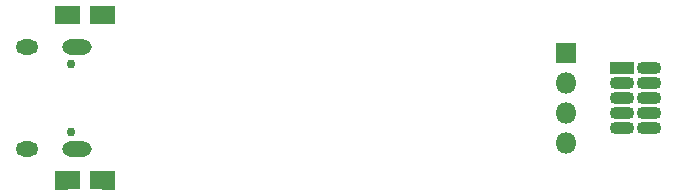
<source format=gbr>
%TF.GenerationSoftware,KiCad,Pcbnew,5.1.6-c6e7f7d~87~ubuntu19.10.1*%
%TF.CreationDate,2020-12-15T16:22:55-08:00*%
%TF.ProjectId,blue-pill-bmp,626c7565-2d70-4696-9c6c-2d626d702e6b,rev?*%
%TF.SameCoordinates,Original*%
%TF.FileFunction,Soldermask,Bot*%
%TF.FilePolarity,Negative*%
%FSLAX46Y46*%
G04 Gerber Fmt 4.6, Leading zero omitted, Abs format (unit mm)*
G04 Created by KiCad (PCBNEW 5.1.6-c6e7f7d~87~ubuntu19.10.1) date 2020-12-15 16:22:55*
%MOMM*%
%LPD*%
G01*
G04 APERTURE LIST*
%ADD10C,0.100000*%
%ADD11R,1.500000X1.500000*%
%ADD12O,2.100000X1.100000*%
%ADD13R,2.100000X1.100000*%
%ADD14O,1.800000X1.800000*%
%ADD15R,1.800000X1.800000*%
%ADD16C,0.750000*%
%ADD17O,2.500000X1.300000*%
%ADD18O,1.900000X1.300000*%
G04 APERTURE END LIST*
D10*
%TO.C,BOOT0*%
G36*
X101509755Y-106200961D02*
G01*
X101519134Y-106203806D01*
X101527779Y-106208427D01*
X101535355Y-106214645D01*
X101541603Y-106222265D01*
X102041603Y-106972265D01*
X102046214Y-106980914D01*
X102049049Y-106990297D01*
X102050000Y-107000052D01*
X102049029Y-107009806D01*
X102046174Y-107019182D01*
X102041603Y-107027735D01*
X101541603Y-107777735D01*
X101535392Y-107785318D01*
X101527822Y-107791544D01*
X101519182Y-107796174D01*
X101509806Y-107799029D01*
X101500000Y-107800000D01*
X100500000Y-107800000D01*
X100490245Y-107799039D01*
X100480866Y-107796194D01*
X100472221Y-107791573D01*
X100464645Y-107785355D01*
X100458427Y-107777779D01*
X100453806Y-107769134D01*
X100450961Y-107759755D01*
X100450000Y-107750000D01*
X100450000Y-106250000D01*
X100450961Y-106240245D01*
X100453806Y-106230866D01*
X100458427Y-106222221D01*
X100464645Y-106214645D01*
X100472221Y-106208427D01*
X100480866Y-106203806D01*
X100490245Y-106200961D01*
X100500000Y-106200000D01*
X101500000Y-106200000D01*
X101509755Y-106200961D01*
G37*
G36*
X104490245Y-107799039D02*
G01*
X104480866Y-107796194D01*
X104472221Y-107791573D01*
X104464645Y-107785355D01*
X104458397Y-107777735D01*
X103958397Y-107027735D01*
X103953786Y-107019086D01*
X103950951Y-107009703D01*
X103950000Y-106999948D01*
X103950971Y-106990194D01*
X103953826Y-106980818D01*
X103958397Y-106972265D01*
X104458397Y-106222265D01*
X104464608Y-106214682D01*
X104472178Y-106208456D01*
X104480818Y-106203826D01*
X104490194Y-106200971D01*
X104500000Y-106200000D01*
X105500000Y-106200000D01*
X105509755Y-106200961D01*
X105519134Y-106203806D01*
X105527779Y-106208427D01*
X105535355Y-106214645D01*
X105541573Y-106222221D01*
X105546194Y-106230866D01*
X105549039Y-106240245D01*
X105550000Y-106250000D01*
X105550000Y-107750000D01*
X105549039Y-107759755D01*
X105546194Y-107769134D01*
X105541573Y-107777779D01*
X105535355Y-107785355D01*
X105527779Y-107791573D01*
X105519134Y-107796194D01*
X105509755Y-107799039D01*
X105500000Y-107800000D01*
X104500000Y-107800000D01*
X104490245Y-107799039D01*
G37*
D11*
X104200000Y-107000000D03*
X101800000Y-107000000D03*
%TD*%
D10*
%TO.C,BOOT1*%
G36*
X101509755Y-92200961D02*
G01*
X101519134Y-92203806D01*
X101527779Y-92208427D01*
X101535355Y-92214645D01*
X101541603Y-92222265D01*
X102041603Y-92972265D01*
X102046214Y-92980914D01*
X102049049Y-92990297D01*
X102050000Y-93000052D01*
X102049029Y-93009806D01*
X102046174Y-93019182D01*
X102041603Y-93027735D01*
X101541603Y-93777735D01*
X101535392Y-93785318D01*
X101527822Y-93791544D01*
X101519182Y-93796174D01*
X101509806Y-93799029D01*
X101500000Y-93800000D01*
X100500000Y-93800000D01*
X100490245Y-93799039D01*
X100480866Y-93796194D01*
X100472221Y-93791573D01*
X100464645Y-93785355D01*
X100458427Y-93777779D01*
X100453806Y-93769134D01*
X100450961Y-93759755D01*
X100450000Y-93750000D01*
X100450000Y-92250000D01*
X100450961Y-92240245D01*
X100453806Y-92230866D01*
X100458427Y-92222221D01*
X100464645Y-92214645D01*
X100472221Y-92208427D01*
X100480866Y-92203806D01*
X100490245Y-92200961D01*
X100500000Y-92200000D01*
X101500000Y-92200000D01*
X101509755Y-92200961D01*
G37*
G36*
X104490245Y-93799039D02*
G01*
X104480866Y-93796194D01*
X104472221Y-93791573D01*
X104464645Y-93785355D01*
X104458397Y-93777735D01*
X103958397Y-93027735D01*
X103953786Y-93019086D01*
X103950951Y-93009703D01*
X103950000Y-92999948D01*
X103950971Y-92990194D01*
X103953826Y-92980818D01*
X103958397Y-92972265D01*
X104458397Y-92222265D01*
X104464608Y-92214682D01*
X104472178Y-92208456D01*
X104480818Y-92203826D01*
X104490194Y-92200971D01*
X104500000Y-92200000D01*
X105500000Y-92200000D01*
X105509755Y-92200961D01*
X105519134Y-92203806D01*
X105527779Y-92208427D01*
X105535355Y-92214645D01*
X105541573Y-92222221D01*
X105546194Y-92230866D01*
X105549039Y-92240245D01*
X105550000Y-92250000D01*
X105550000Y-93750000D01*
X105549039Y-93759755D01*
X105546194Y-93769134D01*
X105541573Y-93777779D01*
X105535355Y-93785355D01*
X105527779Y-93791573D01*
X105519134Y-93796194D01*
X105509755Y-93799039D01*
X105500000Y-93800000D01*
X104500000Y-93800000D01*
X104490245Y-93799039D01*
G37*
D11*
X104200000Y-93000000D03*
X101800000Y-93000000D03*
%TD*%
D12*
%TO.C,J4*%
X150770000Y-102540000D03*
X148500000Y-102540000D03*
X150770000Y-101270000D03*
X148500000Y-101270000D03*
X150770000Y-100000000D03*
X148500000Y-100000000D03*
X150770000Y-98730000D03*
X148500000Y-98730000D03*
X150770000Y-97460000D03*
D13*
X148500000Y-97460000D03*
%TD*%
D14*
%TO.C,J3*%
X143750000Y-103810000D03*
X143750000Y-101270000D03*
X143750000Y-98730000D03*
D15*
X143750000Y-96190000D03*
%TD*%
D16*
%TO.C,J2*%
X101810000Y-97110000D03*
X101810000Y-102890000D03*
D17*
X102310000Y-95680000D03*
D18*
X98130000Y-95680000D03*
D17*
X102310000Y-104320000D03*
D18*
X98130000Y-104320000D03*
%TD*%
M02*

</source>
